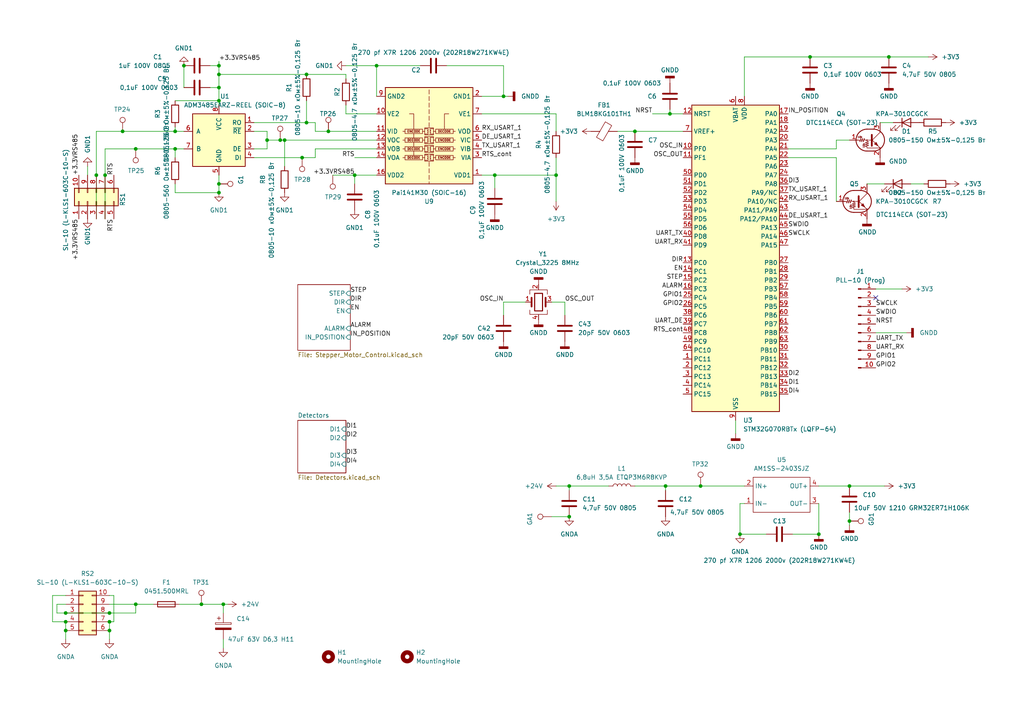
<source format=kicad_sch>
(kicad_sch (version 20250114) (generator "eeschema") (generator_version "9.0")
  (paper "A4")
  (lib_symbols
    (symbol "Connector:Conn_01x10_Pin" (pin_names (offset 1.016) (hide yes))
      (property "Reference" "J" (at 0 12.7 0))
      (property "Value" "Conn_01x10_Pin" (at 0 -15.24 0))
      (symbol "Conn_01x10_Pin_1_1"
        (pin passive line (at 5.08 10.16 180) (length 3.81) (name "Pin_1") (number "1"))
        (pin passive line (at 5.08 7.62 180) (length 3.81) (name "Pin_2") (number "2"))
        (pin passive line (at 5.08 5.08 180) (length 3.81) (name "Pin_3") (number "3"))
        (pin passive line (at 5.08 2.54 180) (length 3.81) (name "Pin_4") (number "4"))
        (pin passive line (at 5.08 0 180) (length 3.81) (name "Pin_5") (number "5"))
        (pin passive line (at 5.08 -2.54 180) (length 3.81) (name "Pin_6") (number "6"))
        (pin passive line (at 5.08 -5.08 180) (length 3.81) (name "Pin_7") (number "7"))
        (pin passive line (at 5.08 -7.62 180) (length 3.81) (name "Pin_8") (number "8"))
        (pin passive line (at 5.08 -10.16 180) (length 3.81) (name "Pin_9") (number "9"))
        (pin passive line (at 5.08 -12.7 180) (length 3.81) (name "Pin_10") (number "10"))
      )
    )
    (symbol "Connector:TestPoint" (pin_numbers (hide yes)) (pin_names (offset 0.762) (hide yes))
      (property "Reference" "TP" (at 0 6.858 0))
      (property "Value" "TestPoint" (at 0 5.08 0))
      (symbol "TestPoint_1_1"
        (pin passive line (at 0 0 90) (length 2.54) (name "1") (number "1"))
      )
    )
    (symbol "Connector_Generic:Conn_02x05_Counter_Clockwise" (pin_names (offset 1.016) (hide yes))
      (property "Reference" "J" (at 1.27 7.62 0))
      (property "Value" "Conn_02x05_Counter_Clockwise" (at 1.27 -7.62 0))
      (symbol "Conn_02x05_Counter_Clockwise_1_1"
        (pin passive line (at -5.08 5.08 0) (length 3.81) (name "Pin_1") (number "1"))
        (pin passive line (at -5.08 2.54 0) (length 3.81) (name "Pin_2") (number "2"))
        (pin passive line (at -5.08 0 0) (length 3.81) (name "Pin_3") (number "3"))
        (pin passive line (at -5.08 -2.54 0) (length 3.81) (name "Pin_4") (number "4"))
        (pin passive line (at -5.08 -5.08 0) (length 3.81) (name "Pin_5") (number "5"))
        (pin passive line (at 7.62 5.08 180) (length 3.81) (name "Pin_10") (number "10"))
        (pin passive line (at 7.62 2.54 180) (length 3.81) (name "Pin_9") (number "9"))
        (pin passive line (at 7.62 0 180) (length 3.81) (name "Pin_8") (number "8"))
        (pin passive line (at 7.62 -2.54 180) (length 3.81) (name "Pin_7") (number "7"))
        (pin passive line (at 7.62 -5.08 180) (length 3.81) (name "Pin_6") (number "6"))
      )
    )
    (symbol "Converter_DCDC:AM1SS-"
      (property "Reference" "U" (at -1.27 2.54 0))
      (property "Value" "AM1SS-" (at 0 0 0))
      (symbol "AM1SS-_1_1"
        (pin input line (at -8.89 -5.08 0) (length 2.56) (name "IN-") (number "1"))
        (pin input line (at -8.89 -10.16 0) (length 2.56) (name "IN+") (number "2"))
        (pin output line (at 12.7 -5.08 180) (length 2.56) (name "OUT-") (number "3"))
        (pin output line (at 12.7 -10.16 180) (length 2.56) (name "OUT+") (number "4"))
      )
    )
    (symbol "Device:C" (pin_numbers (hide yes)) (pin_names (offset 0.254))
      (property "Reference" "C" (at 0.635 2.54 0))
      (property "Value" "C" (at 0.635 -2.54 0))
      (symbol "C_1_1"
        (pin passive line (at 0 3.81 270) (length 2.794) (name "~") (number "1"))
        (pin passive line (at 0 -3.81 90) (length 2.794) (name "~") (number "2"))
      )
    )
    (symbol "Device:C_Polarized" (pin_numbers (hide yes)) (pin_names (offset 0.254))
      (property "Reference" "C" (at 0.635 2.54 0))
      (property "Value" "C_Polarized" (at 0.635 -2.54 0))
      (symbol "C_Polarized_1_1"
        (pin passive line (at 0 3.81 270) (length 2.794) (name "~") (number "1"))
        (pin passive line (at 0 -3.81 90) (length 2.794) (name "~") (number "2"))
      )
    )
    (symbol "Device:Crystal_GND24" (pin_names (offset 1.016) (hide yes))
      (property "Reference" "Y" (at 3.175 5.08 0))
      (property "Value" "Crystal_GND24" (at 3.175 3.175 0))
      (symbol "Crystal_GND24_1_1"
        (pin passive line (at -3.81 0 0) (length 1.27) (name "1") (number "1"))
        (pin passive line (at 0 5.08 270) (length 1.27) (name "2") (number "2"))
        (pin passive line (at 0 -5.08 90) (length 1.27) (name "4") (number "4"))
        (pin passive line (at 3.81 0 180) (length 1.27) (name "3") (number "3"))
      )
    )
    (symbol "Device:FerriteBead" (pin_numbers (hide yes)) (pin_names (offset 0))
      (property "Reference" "FB" (at -3.81 0.635 90))
      (property "Value" "FerriteBead" (at 3.81 0 90))
      (symbol "FerriteBead_1_1"
        (pin passive line (at 0 3.81 270) (length 2.54) (name "~") (number "1"))
        (pin passive line (at 0 -3.81 90) (length 2.54) (name "~") (number "2"))
      )
    )
    (symbol "Device:Fuse" (pin_numbers (hide yes)) (pin_names (offset 0))
      (property "Reference" "F" (at 2.032 0 90))
      (property "Value" "Fuse" (at -1.905 0 90))
      (symbol "Fuse_1_1"
        (pin passive line (at 0 3.81 270) (length 1.27) (name "~") (number "1"))
        (pin passive line (at 0 -3.81 90) (length 1.27) (name "~") (number "2"))
      )
    )
    (symbol "Device:L" (pin_numbers (hide yes)) (pin_names (offset 1.016) (hide yes))
      (property "Reference" "L" (at -1.27 0 90))
      (property "Value" "L" (at 1.905 0 90))
      (symbol "L_1_1"
        (pin passive line (at 0 3.81 270) (length 1.27) (name "1") (number "1"))
        (pin passive line (at 0 -3.81 90) (length 1.27) (name "2") (number "2"))
      )
    )
    (symbol "Device:LED" (pin_numbers (hide yes)) (pin_names (offset 1.016) (hide yes))
      (property "Reference" "D" (at 0 2.54 0))
      (property "Value" "LED" (at 0 -2.54 0))
      (symbol "LED_1_1"
        (pin passive line (at -3.81 0 0) (length 2.54) (name "K") (number "1"))
        (pin passive line (at 3.81 0 180) (length 2.54) (name "A") (number "2"))
      )
    )
    (symbol "Device:R" (pin_numbers (hide yes)) (pin_names (offset 0))
      (property "Reference" "R" (at 2.032 0 90))
      (property "Value" "R" (at 0 0 90))
      (symbol "R_1_1"
        (pin passive line (at 0 3.81 270) (length 1.27) (name "~") (number "1"))
        (pin passive line (at 0 -3.81 90) (length 1.27) (name "~") (number "2"))
      )
    )
    (symbol "Interface_UART:SP3485CN" (pin_names (offset 1.016))
      (property "Reference" "U" (at -7.62 8.89 0))
      (property "Value" "SP3485CN" (at 2.54 8.89 0))
      (symbol "SP3485CN_1_1"
        (pin output line (at -10.16 5.08 0) (length 2.54) (name "RO") (number "1"))
        (pin input line (at -10.16 2.54 0) (length 2.54) (name "~{RE}") (number "2"))
        (pin input line (at -10.16 -2.54 0) (length 2.54) (name "DE") (number "3"))
        (pin input line (at -10.16 -5.08 0) (length 2.54) (name "DI") (number "4"))
        (pin power_in line (at 0 10.16 270) (length 2.54) (name "VCC") (number "8"))
        (pin power_in line (at 0 -10.16 90) (length 2.54) (name "GND") (number "5"))
        (pin bidirectional line (at 10.16 2.54 180) (length 2.54) (name "A") (number "6"))
        (pin bidirectional line (at 10.16 -2.54 180) (length 2.54) (name "B") (number "7"))
      )
    )
    (symbol "Isolator:π141M3x"
      (property "Reference" "U" (at 0 19.05 0))
      (property "Value" "π141M3x" (at 0 16.51 0))
      (symbol "π141M3x_0_0"
        (text "ENCODE" (at -4.445 7.62 0) (effects (font (size 0.635 0.635))))
        (text "ENCODE" (at -4.445 5.08 0) (effects (font (size 0.635 0.635))))
        (text "ENCODE" (at -4.445 2.54 0) (effects (font (size 0.635 0.635))))
        (text "DECODE" (at -4.445 0 0) (effects (font (size 0.635 0.635))))
        (text "DECODE" (at 4.445 7.62 0) (effects (font (size 0.635 0.635))))
        (text "DECODE" (at 4.445 5.08 0) (effects (font (size 0.635 0.635))))
        (text "DECODE" (at 4.445 2.54 0) (effects (font (size 0.635 0.635))))
        (text "ENCODE" (at 4.445 0 0) (effects (font (size 0.635 0.635))))
      )
      (symbol "π141M3x_1_1"
        (pin power_in line (at -15.24 12.7 0) (length 2.54) (name "VDD1") (number "1"))
        (pin input line (at -15.24 7.62 0) (length 2.54) (name "VIA") (number "3"))
        (pin input line (at -15.24 5.08 0) (length 2.54) (name "VIB") (number "4"))
        (pin input line (at -15.24 2.54 0) (length 2.54) (name "VIC") (number "5"))
        (pin output line (at -15.24 0 0) (length 2.54) (name "VOD") (number "6"))
        (pin input line (at -15.24 -5.08 0) (length 2.54) (name "VE1") (number "7"))
        (pin power_in line (at -15.24 -10.16 0) (length 2.54) (name "GND1") (number "2"))
        (pin passive line (at -15.24 -10.16 0) (length 2.54) (hide yes) (name "GND1") (number "8"))
        (pin power_in line (at 15.24 12.7 180) (length 2.54) (name "VDD2") (number "16"))
        (pin output line (at 15.24 7.62 180) (length 2.54) (name "VOA") (number "14"))
        (pin output line (at 15.24 5.08 180) (length 2.54) (name "VOB") (number "13"))
        (pin output line (at 15.24 2.54 180) (length 2.54) (name "VOC") (number "12"))
        (pin input line (at 15.24 0 180) (length 2.54) (name "VID") (number "11"))
        (pin input line (at 15.24 -5.08 180) (length 2.54) (name "VE2") (number "10"))
        (pin passive line (at 15.24 -10.16 180) (length 2.54) (hide yes) (name "GND2") (number "15"))
        (pin power_in line (at 15.24 -10.16 180) (length 2.54) (name "GND2") (number "9"))
      )
    )
    (symbol "MCU_ST_STM32G0:STM32G070RBTx"
      (property "Reference" "U" (at -12.7 46.99 0))
      (property "Value" "STM32G070RBTx" (at 5.08 46.99 0))
      (symbol "STM32G070RBTx_1_1"
        (pin input line (at -15.24 43.18 0) (length 2.54) (name "NRST") (number "12"))
        (pin input line (at -15.24 38.1 0) (length 2.54) (name "VREF+") (number "7"))
        (pin bidirectional line (at -15.24 33.02 0) (length 2.54) (name "PF0") (number "10"))
        (pin bidirectional line (at -15.24 30.48 0) (length 2.54) (name "PF1") (number "11"))
        (pin bidirectional line (at -15.24 25.4 0) (length 2.54) (name "PD0") (number "50"))
        (pin bidirectional line (at -15.24 22.86 0) (length 2.54) (name "PD1") (number "51"))
        (pin bidirectional line (at -15.24 20.32 0) (length 2.54) (name "PD2") (number "52"))
        (pin bidirectional line (at -15.24 17.78 0) (length 2.54) (name "PD3") (number "53"))
        (pin bidirectional line (at -15.24 15.24 0) (length 2.54) (name "PD4") (number "54"))
        (pin bidirectional line (at -15.24 12.7 0) (length 2.54) (name "PD5") (number "55"))
        (pin bidirectional line (at -15.24 10.16 0) (length 2.54) (name "PD6") (number "56"))
        (pin bidirectional line (at -15.24 7.62 0) (length 2.54) (name "PD8") (number "40"))
        (pin bidirectional line (at -15.24 5.08 0) (length 2.54) (name "PD9") (number "41"))
        (pin bidirectional line (at -15.24 0 0) (length 2.54) (name "PC0") (number "13"))
        (pin bidirectional line (at -15.24 -2.54 0) (length 2.54) (name "PC1") (number "14"))
        (pin bidirectional line (at -15.24 -5.08 0) (length 2.54) (name "PC2") (number "15"))
        (pin bidirectional line (at -15.24 -7.62 0) (length 2.54) (name "PC3") (number "16"))
        (pin bidirectional line (at -15.24 -10.16 0) (length 2.54) (name "PC4") (number "25"))
        (pin bidirectional line (at -15.24 -12.7 0) (length 2.54) (name "PC5") (number "26"))
        (pin bidirectional line (at -15.24 -15.24 0) (length 2.54) (name "PC6") (number "38"))
        (pin bidirectional line (at -15.24 -17.78 0) (length 2.54) (name "PC7") (number "39"))
        (pin bidirectional line (at -15.24 -20.32 0) (length 2.54) (name "PC8") (number "48"))
        (pin bidirectional line (at -15.24 -22.86 0) (length 2.54) (name "PC9") (number "49"))
        (pin bidirectional line (at -15.24 -25.4 0) (length 2.54) (name "PC10") (number "64"))
        (pin bidirectional line (at -15.24 -27.94 0) (length 2.54) (name "PC11") (number "1"))
        (pin bidirectional line (at -15.24 -30.48 0) (length 2.54) (name "PC12") (number "2"))
        (pin bidirectional line (at -15.24 -33.02 0) (length 2.54) (name "PC13") (number "3"))
        (pin bidirectional line (at -15.24 -35.56 0) (length 2.54) (name "PC14") (number "4"))
        (pin bidirectional line (at -15.24 -38.1 0) (length 2.54) (name "PC15") (number "5"))
        (pin power_in line (at 0 48.26 270) (length 2.54) (name "VBAT") (number "6"))
        (pin power_in line (at 0 -45.72 90) (length 2.54) (name "VSS") (number "9"))
        (pin power_in line (at 2.54 48.26 270) (length 2.54) (name "VDD") (number "8"))
        (pin bidirectional line (at 15.24 43.18 180) (length 2.54) (name "PA0") (number "17"))
        (pin bidirectional line (at 15.24 40.64 180) (length 2.54) (name "PA1") (number "18"))
        (pin bidirectional line (at 15.24 38.1 180) (length 2.54) (name "PA2") (number "19"))
        (pin bidirectional line (at 15.24 35.56 180) (length 2.54) (name "PA3") (number "20"))
        (pin bidirectional line (at 15.24 33.02 180) (length 2.54) (name "PA4") (number "21"))
        (pin bidirectional line (at 15.24 30.48 180) (length 2.54) (name "PA5") (number "22"))
        (pin bidirectional line (at 15.24 27.94 180) (length 2.54) (name "PA6") (number "23"))
        (pin bidirectional line (at 15.24 25.4 180) (length 2.54) (name "PA7") (number "24"))
        (pin bidirectional line (at 15.24 22.86 180) (length 2.54) (name "PA8") (number "36"))
        (pin bidirectional line (at 15.24 20.32 180) (length 2.54) (name "PA9/NC") (number "37"))
        (pin bidirectional line (at 15.24 17.78 180) (length 2.54) (name "PA10/NC") (number "42"))
        (pin bidirectional line (at 15.24 15.24 180) (length 2.54) (name "PA11/PA9") (number "43"))
        (pin bidirectional line (at 15.24 12.7 180) (length 2.54) (name "PA12/PA10") (number "44"))
        (pin bidirectional line (at 15.24 10.16 180) (length 2.54) (name "PA13") (number "45"))
        (pin bidirectional line (at 15.24 7.62 180) (length 2.54) (name "PA14") (number "46"))
        (pin bidirectional line (at 15.24 5.08 180) (length 2.54) (name "PA15") (number "47"))
        (pin bidirectional line (at 15.24 0 180) (length 2.54) (name "PB0") (number "27"))
        (pin bidirectional line (at 15.24 -2.54 180) (length 2.54) (name "PB1") (number "28"))
        (pin bidirectional line (at 15.24 -5.08 180) (length 2.54) (name "PB2") (number "29"))
        (pin bidirectional line (at 15.24 -7.62 180) (length 2.54) (name "PB3") (number "57"))
        (pin bidirectional line (at 15.24 -10.16 180) (length 2.54) (name "PB4") (number "58"))
        (pin bidirectional line (at 15.24 -12.7 180) (length 2.54) (name "PB5") (number "59"))
        (pin bidirectional line (at 15.24 -15.24 180) (length 2.54) (name "PB6") (number "60"))
        (pin bidirectional line (at 15.24 -17.78 180) (length 2.54) (name "PB7") (number "61"))
        (pin bidirectional line (at 15.24 -20.32 180) (length 2.54) (name "PB8") (number "62"))
        (pin bidirectional line (at 15.24 -22.86 180) (length 2.54) (name "PB9") (number "63"))
        (pin bidirectional line (at 15.24 -25.4 180) (length 2.54) (name "PB10") (number "30"))
        (pin bidirectional line (at 15.24 -27.94 180) (length 2.54) (name "PB11") (number "31"))
        (pin bidirectional line (at 15.24 -30.48 180) (length 2.54) (name "PB12") (number "32"))
        (pin bidirectional line (at 15.24 -33.02 180) (length 2.54) (name "PB13") (number "33"))
        (pin bidirectional line (at 15.24 -35.56 180) (length 2.54) (name "PB14") (number "34"))
        (pin bidirectional line (at 15.24 -38.1 180) (length 2.54) (name "PB15") (number "35"))
      )
    )
    (symbol "Mechanical:MountingHole" (pin_numbers (hide yes)) (pin_names (offset 1.016) (hide yes))
      (property "Reference" "H" (at 0 5.08 0))
      (property "Value" "MountingHole" (at 0 3.175 0))
    )
    (symbol "MountingHole_1" (pin_numbers (hide yes)) (pin_names (offset 1.016) (hide yes))
      (property "Reference" "H" (at 0 5.08 0))
      (property "Value" "MountingHole" (at 0 3.175 0))
    )
    (symbol "PCM_4ms_Power-symbol:GNDA" (power) (pin_numbers (hide yes)) (pin_names (offset 0) (hide yes))
      (property "Value" "GNDA" (at 0 -3.81 0))
      (symbol "GNDA_1_1"
        (pin power_in line (at 0 0 270) (length 0) (hide yes) (name "GNDA") (number "1"))
      )
    )
    (symbol "Transistor_BJT:DTC114E" (pin_names (offset 0) (hide yes))
      (property "Reference" "Q" (at 5.08 1.905 0))
      (property "Value" "DTC114E" (at 5.08 0 0))
      (symbol "DTC114E_0_0"
        (text "10k" (at -3.302 0.889 0) (effects (font (size 0.508 0.508))))
        (text "10k" (at -2.159 -1.524 900) (effects (font (size 0.508 0.508))))
      )
      (symbol "DTC114E_1_1"
        (pin input line (at -6.35 0 0) (length 2.54) (name "B") (number "1"))
        (pin passive line (at 2.54 5.08 270) (length 2.54) (name "C") (number "3"))
        (pin passive line (at 2.54 -5.08 90) (length 2.54) (name "E") (number "2"))
      )
    )
    (symbol "power:+24V" (power) (pin_numbers (hide yes)) (pin_names (offset 0) (hide yes))
      (property "Value" "+24V" (at 0 3.556 0))
      (symbol "+24V_1_1"
        (pin power_in line (at 0 0 90) (length 0) (hide yes) (name "+24V") (number "1"))
      )
    )
    (symbol "power:+3V3" (power) (pin_numbers (hide yes)) (pin_names (offset 0) (hide yes))
      (property "Value" "+3V3" (at 0 3.556 0))
      (symbol "+3V3_1_1"
        (pin power_in line (at 0 0 90) (length 0) (hide yes) (name "+3V3") (number "1"))
      )
    )
    (symbol "power:GND1" (power) (pin_numbers (hide yes)) (pin_names (offset 0) (hide yes))
      (property "Value" "GND1" (at 0 -3.81 0))
      (symbol "GND1_1_1"
        (pin power_in line (at 0 0 270) (length 0) (hide yes) (name "GND1") (number "1"))
      )
    )
    (symbol "power:GNDD" (power) (pin_numbers (hide yes)) (pin_names (offset 0) (hide yes))
      (property "Value" "GNDD" (at 0 -3.175 0))
      (symbol "GNDD_1_1"
        (pin power_in line (at 0 0 270) (length 0) (hide yes) (name "GNDD") (number "1"))
      )
    )
  )
  (junction (at 19.05 182.88))
  (junction (at 234.95 16.51))
  (junction (at 27.94 50.8))
  (junction (at 257.81 16.51))
  (junction (at 31.75 177.8))
  (junction (at 193.04 140.97))
  (junction (at 19.05 177.8))
  (junction (at 63.5 19.05))
  (junction (at 39.37 175.26))
  (junction (at 88.9 35.56))
  (junction (at 237.49 154.94))
  (junction (at 184.15 38.1))
  (junction (at 161.29 50.8))
  (junction (at 146.05 27.94))
  (junction (at 58.42 175.26))
  (junction (at 35.56 38.1))
  (junction (at 165.1 140.97))
  (junction (at 63.5 25.4))
  (junction (at 50.8 38.1))
  (junction (at 31.75 180.34))
  (junction (at 64.77 175.26))
  (junction (at 102.87 50.8))
  (junction (at 63.5 53.34))
  (junction (at 214.63 154.94))
  (junction (at 95.25 38.1))
  (junction (at 87.63 45.72))
  (junction (at 63.5 55.88))
  (junction (at 19.05 180.34))
  (junction (at 109.22 19.05))
  (junction (at 31.75 182.88))
  (junction (at 30.48 50.8))
  (junction (at 81.28 40.64))
  (junction (at 203.2 140.97))
  (junction (at 82.55 40.64))
  (junction (at 63.5 29.21))
  (junction (at 63.5 21.59))
  (junction (at 53.34 19.05))
  (junction (at 50.8 43.18))
  (junction (at 165.1 149.86))
  (junction (at 39.37 43.18))
  (junction (at 246.38 140.97))
  (junction (at 88.9 21.59))
  (junction (at 246.38 151.13))
  (junction (at 194.31 33.02))
  (junction (at 77.47 40.64))
  (junction (at 143.51 50.8))
  (no_connect (at 254 86.36))
  (wire (pts (xy 237.49 146.05) (xy 237.49 154.94)))
  (wire (pts (xy 82.55 40.64) (xy 109.22 40.64)))
  (wire (pts (xy 213.36 121.92) (xy 213.36 125.73)))
  (wire (pts (xy 31.75 180.34) (xy 31.75 182.88)))
  (wire (pts (xy 60.96 19.05) (xy 63.5 19.05)))
  (wire (pts (xy 161.29 140.97) (xy 165.1 140.97)))
  (wire (pts (xy 87.63 45.72) (xy 91.44 45.72)))
  (wire (pts (xy 95.25 38.1) (xy 91.44 38.1)))
  (wire (pts (xy 214.63 146.05) (xy 214.63 154.94)))
  (wire (pts (xy 102.87 50.8) (xy 102.87 53.34)))
  (wire (pts (xy 27.94 38.1) (xy 35.56 38.1)))
  (wire (pts (xy 242.57 43.18) (xy 228.6 43.18)))
  (wire (pts (xy 100.33 22.86) (xy 100.33 21.59)))
  (wire (pts (xy 58.42 175.26) (xy 64.77 175.26)))
  (wire (pts (xy 184.15 140.97) (xy 193.04 140.97)))
  (wire (pts (xy 100.33 33.02) (xy 109.22 33.02)))
  (wire (pts (xy 60.96 25.4) (xy 63.5 25.4)))
  (wire (pts (xy 19.05 182.88) (xy 19.05 185.42)))
  (wire (pts (xy 53.34 19.05) (xy 53.34 25.4)))
  (wire (pts (xy 19.05 180.34) (xy 19.05 182.88)))
  (wire (pts (xy 189.23 33.02) (xy 194.31 33.02)))
  (wire (pts (xy 63.5 50.8) (xy 63.5 53.34)))
  (wire (pts (xy 50.8 38.1) (xy 53.34 38.1)))
  (wire (pts (xy 64.77 175.26) (xy 64.77 177.8)))
  (wire (pts (xy 88.9 29.21) (xy 88.9 35.56)))
  (wire (pts (xy 27.94 38.1) (xy 27.94 50.8)))
  (wire (pts (xy 198.12 33.02) (xy 194.31 33.02)))
  (wire (pts (xy 81.28 40.64) (xy 82.55 40.64)))
  (wire (pts (xy 50.8 45.72) (xy 50.8 43.18)))
  (wire (pts (xy 16.51 175.26) (xy 16.51 177.8)))
  (wire (pts (xy 102.87 45.72) (xy 109.22 45.72)))
  (wire (pts (xy 152.4 87.63) (xy 146.05 87.63)))
  (wire (pts (xy 229.87 154.94) (xy 237.49 154.94)))
  (wire (pts (xy 50.8 36.83) (xy 50.8 38.1)))
  (wire (pts (xy 215.9 146.05) (xy 214.63 146.05)))
  (wire (pts (xy 109.22 38.1) (xy 95.25 38.1)))
  (wire (pts (xy 64.77 175.26) (xy 66.04 175.26)))
  (wire (pts (xy 96.52 50.8) (xy 102.87 50.8)))
  (wire (pts (xy 165.1 142.24) (xy 165.1 140.97)))
  (wire (pts (xy 39.37 43.18) (xy 50.8 43.18)))
  (wire (pts (xy 77.47 40.64) (xy 77.47 43.18)))
  (wire (pts (xy 63.5 17.78) (xy 63.5 19.05)))
  (wire (pts (xy 50.8 55.88) (xy 63.5 55.88)))
  (wire (pts (xy 77.47 38.1) (xy 77.47 40.64)))
  (wire (pts (xy 109.22 19.05) (xy 109.22 27.94)))
  (wire (pts (xy 88.9 21.59) (xy 100.33 21.59)))
  (wire (pts (xy 234.95 16.51) (xy 257.81 16.51)))
  (wire (pts (xy 194.31 33.02) (xy 194.31 31.75)))
  (wire (pts (xy 91.44 45.72) (xy 91.44 43.18)))
  (wire (pts (xy 129.54 19.05) (xy 146.05 19.05)))
  (wire (pts (xy 50.8 43.18) (xy 53.34 43.18)))
  (wire (pts (xy 27.94 63.5) (xy 27.94 50.8)))
  (wire (pts (xy 73.66 45.72) (xy 87.63 45.72)))
  (wire (pts (xy 257.81 16.51) (xy 269.24 16.51)))
  (wire (pts (xy 242.57 45.72) (xy 228.6 45.72)))
  (wire (pts (xy 39.37 177.8) (xy 39.37 175.26)))
  (wire (pts (xy 237.49 140.97) (xy 246.38 140.97)))
  (wire (pts (xy 39.37 175.26) (xy 44.45 175.26)))
  (wire (pts (xy 19.05 175.26) (xy 16.51 175.26)))
  (wire (pts (xy 73.66 38.1) (xy 77.47 38.1)))
  (wire (pts (xy 163.83 87.63) (xy 163.83 91.44)))
  (wire (pts (xy 139.7 33.02) (xy 161.29 33.02)))
  (wire (pts (xy 259.08 35.56) (xy 255.27 35.56)))
  (wire (pts (xy 146.05 87.63) (xy 146.05 91.44)))
  (wire (pts (xy 246.38 148.59) (xy 246.38 151.13)))
  (wire (pts (xy 31.75 182.88) (xy 31.75 185.42)))
  (wire (pts (xy 179.07 38.1) (xy 184.15 38.1)))
  (wire (pts (xy 64.77 185.42) (xy 64.77 187.96)))
  (wire (pts (xy 193.04 142.24) (xy 193.04 140.97)))
  (wire (pts (xy 19.05 172.72) (xy 15.24 172.72)))
  (wire (pts (xy 143.51 50.8) (xy 143.51 54.61)))
  (wire (pts (xy 146.05 27.94) (xy 147.32 27.94)))
  (wire (pts (xy 121.92 19.05) (xy 109.22 19.05)))
  (wire (pts (xy 242.57 45.72) (xy 242.57 58.42)))
  (wire (pts (xy 77.47 40.64) (xy 81.28 40.64)))
  (wire (pts (xy 264.16 53.34) (xy 267.97 53.34)))
  (wire (pts (xy 63.5 19.05) (xy 63.5 21.59)))
  (wire (pts (xy 161.29 45.72) (xy 161.29 50.8)))
  (wire (pts (xy 16.51 177.8) (xy 19.05 177.8)))
  (wire (pts (xy 31.75 177.8) (xy 39.37 177.8)))
  (wire (pts (xy 30.48 43.18) (xy 30.48 50.8)))
  (wire (pts (xy 100.33 33.02) (xy 100.33 30.48)))
  (wire (pts (xy 193.04 140.97) (xy 203.2 140.97)))
  (wire (pts (xy 50.8 29.21) (xy 63.5 29.21)))
  (wire (pts (xy 246.38 151.13) (xy 246.38 152.4)))
  (wire (pts (xy 15.24 180.34) (xy 19.05 180.34)))
  (wire (pts (xy 77.47 43.18) (xy 73.66 43.18)))
  (wire (pts (xy 35.56 38.1) (xy 50.8 38.1)))
  (wire (pts (xy 63.5 21.59) (xy 88.9 21.59)))
  (wire (pts (xy 161.29 33.02) (xy 161.29 38.1)))
  (wire (pts (xy 50.8 53.34) (xy 50.8 55.88)))
  (wire (pts (xy 242.57 40.64) (xy 246.38 40.64)))
  (wire (pts (xy 31.75 175.26) (xy 39.37 175.26)))
  (wire (pts (xy 160.02 149.86) (xy 165.1 149.86)))
  (wire (pts (xy 100.33 19.05) (xy 109.22 19.05)))
  (wire (pts (xy 242.57 40.64) (xy 242.57 43.18)))
  (wire (pts (xy 63.5 53.34) (xy 63.5 55.88)))
  (wire (pts (xy 215.9 16.51) (xy 215.9 27.94)))
  (wire (pts (xy 25.4 48.26) (xy 25.4 50.8)))
  (wire (pts (xy 251.46 53.34) (xy 256.54 53.34)))
  (wire (pts (xy 82.55 40.64) (xy 82.55 48.26)))
  (wire (pts (xy 63.5 29.21) (xy 63.5 30.48)))
  (wire (pts (xy 88.9 35.56) (xy 91.44 35.56)))
  (wire (pts (xy 254 83.82) (xy 261.62 83.82)))
  (wire (pts (xy 52.07 175.26) (xy 58.42 175.26)))
  (wire (pts (xy 139.7 27.94) (xy 146.05 27.94)))
  (wire (pts (xy 15.24 172.72) (xy 15.24 180.34)))
  (wire (pts (xy 161.29 50.8) (xy 161.29 58.42)))
  (wire (pts (xy 203.2 140.97) (xy 215.9 140.97)))
  (wire (pts (xy 63.5 21.59) (xy 63.5 25.4)))
  (wire (pts (xy 91.44 38.1) (xy 91.44 35.56)))
  (wire (pts (xy 63.5 25.4) (xy 63.5 29.21)))
  (wire (pts (xy 31.75 172.72) (xy 33.02 172.72)))
  (wire (pts (xy 33.02 172.72) (xy 33.02 180.34)))
  (wire (pts (xy 102.87 50.8) (xy 109.22 50.8)))
  (wire (pts (xy 214.63 154.94) (xy 222.25 154.94)))
  (wire (pts (xy 19.05 177.8) (xy 31.75 177.8)))
  (wire (pts (xy 160.02 87.63) (xy 163.83 87.63)))
  (wire (pts (xy 143.51 50.8) (xy 161.29 50.8)))
  (wire (pts (xy 30.48 63.5) (xy 30.48 50.8)))
  (wire (pts (xy 30.48 43.18) (xy 39.37 43.18)))
  (wire (pts (xy 73.66 35.56) (xy 88.9 35.56)))
  (wire (pts (xy 246.38 140.97) (xy 256.54 140.97)))
  (wire (pts (xy 184.15 38.1) (xy 198.12 38.1)))
  (wire (pts (xy 254 96.52) (xy 262.89 96.52)))
  (wire (pts (xy 139.7 50.8) (xy 143.51 50.8)))
  (wire (pts (xy 33.02 180.34) (xy 31.75 180.34)))
  (wire (pts (xy 165.1 140.97) (xy 176.53 140.97)))
  (wire (pts (xy 146.05 19.05) (xy 146.05 27.94)))
  (wire (pts (xy 91.44 43.18) (xy 109.22 43.18)))
  (wire (pts (xy 215.9 16.51) (xy 234.95 16.51)))
  (label "+3.3VRS485" (at 22.86 50.8 90))
  (label "NRST" (at 189.23 33.02 180))
  (label "DI2" (at 228.6 109.22 0))
  (label "RTS_cont" (at 139.7 45.72 0))
  (label "UART_TX" (at 254 99.06 0))
  (label "UART_RX" (at 254 101.6 0))
  (label "STEP" (at 198.12 81.28 180))
  (label "IN_POSITION" (at 101.6 97.79 0))
  (label "UART_TX" (at 198.12 68.58 180))
  (label "RX_USART_1" (at 228.6 58.42 0))
  (label "DIR" (at 198.12 76.2 180))
  (label "UART_RX" (at 198.12 71.12 180))
  (label "GPIO2" (at 198.12 88.9 180))
  (label "ALARM" (at 101.6 95.25 0))
  (label "UART_DE" (at 198.12 93.98 180))
  (label "DE_USART_1" (at 228.6 63.5 0))
  (label "OSC_OUT" (at 163.83 87.63 0))
  (label "OSC_IN" (at 198.12 43.18 180))
  (label "ALARM" (at 198.12 83.82 180))
  (label "RTS_cont" (at 198.12 96.52 180))
  (label "RTS" (at 33.02 63.5 270))
  (label "RTS" (at 33.02 50.8 90))
  (label "DIR" (at 101.6 87.63 0))
  (label "GPIO1" (at 254 104.14 0))
  (label "SWDIO" (at 228.6 66.04 0))
  (label "SWCLK" (at 254 88.9 0))
  (label "NRST" (at 254 93.98 0))
  (label "DI4" (at 100.33 134.62 0))
  (label "TX_USART_1" (at 139.7 43.18 0))
  (label "DE_USART_1" (at 139.7 40.64 0))
  (label "DI1" (at 100.33 124.46 0))
  (label "+3.3VRS485" (at 102.87 50.8 180))
  (label "GPIO1" (at 198.12 86.36 180))
  (label "SWDIO" (at 254 91.44 0))
  (label "DI3" (at 100.33 132.08 0))
  (label "+3.3VRS485" (at 22.86 63.5 270))
  (label "OSC_OUT" (at 198.12 45.72 180))
  (label "DI4" (at 228.6 114.3 0))
  (label "+3.3VRS485" (at 63.5 17.78 0))
  (label "GPIO2" (at 254 106.68 0))
  (label "TX_USART_1" (at 228.6 55.88 0))
  (label "RTS" (at 102.87 45.72 180))
  (label "DI2" (at 100.33 127 0))
  (label "EN" (at 101.6 90.17 0))
  (label "IN_POSITION" (at 228.6 33.02 0))
  (label "RX_USART_1" (at 139.7 38.1 0))
  (label "STEP" (at 101.6 85.09 0))
  (label "SWCLK" (at 228.6 68.58 0))
  (label "EN" (at 198.12 78.74 180))
  (label "DI3" (at 228.6 53.34 0))
  (label "OSC_IN" (at 146.05 87.63 180))
  (label "DI1" (at 228.6 111.76 0))
  (symbol (lib_id "power:+3V3") (at 274.32 35.56 270) (unit 1)
    (property "Reference" "#PWR079" (effects (hide yes)))
    (property "Value" "+3V3" (at 278.13 35.56 90) (effects (justify left)))
  )
  (symbol (lib_id "power:GND1") (at 82.55 55.88 0) (unit 1)
    (property "Reference" "#PWR016" (effects (hide yes)))
    (property "Value" "GND1" (at 82.55 60.96 0))
  )
  (symbol (lib_id "Device:C") (at 226.06 154.94 90) (unit 1)
    (property "Reference" "C13" (at 226.06 151.13 90))
    (property "Value" "270 pf X7R 1206 2000v (202R18W271KW4E)" (at 226.06 162.56 90))
    (property "Footprint" "Capacitor_SMD:C_1210_3225Metric" (effects (hide yes)))
  )
  (symbol (lib_id "Device:R") (at 50.8 33.02 180) (unit 1) (in_bom no)
    (property "Reference" "R3" (at 45.72 33.02 90))
    (property "Value" "0805-560 Ом±5%-0,125 Вт" (at 48.26 33.02 90))
    (property "Footprint" "Resistor_SMD:R_0805_2012Metric" (effects (hide yes)))
  )
  (symbol (lib_id "Device:C") (at 246.38 144.78 0) (unit 1)
    (property "Reference" "C10" (at 250.19 143.51 0) (effects (justify left)))
    (property "Value" "10uF 50V 1210 GRM32ER71H106K" (at 247.65 147.32 0) (effects (justify left)))
    (property "Footprint" "Capacitor_SMD:C_1210_3225Metric" (effects (hide yes)))
  )
  (symbol (lib_id "Device:C") (at 146.05 95.25 0) (unit 1)
    (property "Reference" "C42" (at 138.43 95.25 0) (effects (justify left)))
    (property "Value" "20pF 50V 0603" (at 128.27 97.79 0) (effects (justify left)))
    (property "Footprint" "Capacitor_SMD:C_0603_1608Metric" (effects (hide yes)))
  )
  (symbol (lib_id "power:GND1") (at 25.4 48.26 180) (unit 1)
    (property "Reference" "#PWR011" (effects (hide yes)))
    (property "Value" "GND1" (at 25.4 44.45 90) (effects (justify right)))
  )
  (symbol (lib_id "power:GNDD") (at 255.27 45.72 0) (unit 1)
    (property "Reference" "#PWR09" (effects (hide yes)))
    (property "Value" "GNDD" (at 257.81 46.7995 0) (effects (justify left)))
  )
  (symbol (lib_id "Device:C") (at 163.83 95.25 0) (unit 1)
    (property "Reference" "C43" (at 167.64 93.98 0) (effects (justify left)))
    (property "Value" "20pF 50V 0603" (at 167.64 96.52 0) (effects (justify left)))
    (property "Footprint" "Capacitor_SMD:C_0603_1608Metric" (effects (hide yes)))
  )
  (symbol (lib_id "power:+3V3") (at 256.54 140.97 270) (unit 1)
    (property "Reference" "#PWR037" (effects (hide yes)))
    (property "Value" "+3V3" (at 260.35 140.97 90) (effects (justify left)))
  )
  (symbol (lib_id "power:GNDD") (at 143.51 62.23 0) (unit 1)
    (property "Reference" "#PWR019" (effects (hide yes)))
    (property "Value" "GNDD" (at 143.51 66.04 0))
  )
  (symbol (lib_id "Transistor_BJT:DTC114E") (at 248.92 58.42 0) (unit 1)
    (property "Reference" "Q5" (at 246.38 53.34 0) (effects (justify left)))
    (property "Value" "DTC114ECA (SOT-23)" (at 254 62.23 0) (effects (justify left)))
    (property "Footprint" "Package_TO_SOT_SMD:SOT-23" (effects (hide yes)))
  )
  (symbol (lib_id "Connector:TestPoint") (at 39.37 43.18 180) (unit 1) (in_bom no)
    (property "Reference" "TP25" (at 41.91 49.53 0) (effects (justify left)))
    (property "Value" "TestPoint" (effects (hide yes)))
    (property "Footprint" "TestPoint:TestPoint_Pad_D1.0mm" (effects (hide yes)))
  )
  (symbol (lib_id "MCU_ST_STM32G0:STM32G070RBTx") (at 213.36 76.2 0) (unit 1)
    (property "Reference" "U3" (at 215.5541 121.92 0) (effects (justify left)))
    (property "Value" "STM32G070RBTx (LQFP-64)" (at 215.5541 124.46 0) (effects (justify left)))
    (property "Footprint" "Package_QFP:LQFP-64_10x10mm_P0.5mm" (effects (hide yes)))
    (property "Datasheet" "https://www.st.com/resource/en/datasheet/stm32g070rb.pdf" (effects (hide yes)))
  )
  (symbol (lib_id "Connector:TestPoint") (at 203.2 140.97 0) (unit 1) (in_bom no)
    (property "Reference" "TP32" (at 200.66 134.62 0) (effects (justify left)))
    (property "Value" "TestPoint" (effects (hide yes)))
    (property "Footprint" "TestPoint:TestPoint_Pad_D1.0mm" (effects (hide yes)))
  )
  (symbol (lib_id "Connector:TestPoint") (at 63.5 53.34 270) (unit 1) (in_bom no)
    (property "Reference" "G1" (at 69.85 50.8 0) (effects (justify left)))
    (property "Value" "TestPoint" (effects (hide yes)))
    (property "Footprint" "TestPoint:TestPoint_Pad_D1.0mm" (effects (hide yes)))
  )
  (symbol (lib_id "power:GND1") (at 100.33 19.05 270) (unit 1)
    (property "Reference" "#PWR02" (effects (hide yes)))
    (property "Value" "GND1" (at 91.44 19.05 90) (effects (justify left)))
  )
  (symbol (lib_id "Device:R") (at 50.8 49.53 180) (unit 1) (in_bom no)
    (property "Reference" "R6" (at 45.72 49.53 90))
    (property "Value" "0805-560 Ом±5%-0,125 Вт" (at 48.26 49.53 90))
    (property "Footprint" "Resistor_SMD:R_0805_2012Metric" (effects (hide yes)))
  )
  (symbol (lib_id "Device:R") (at 82.55 52.07 180) (unit 1)
    (property "Reference" "R8" (at 76.2 52.07 90))
    (property "Value" "0805-10 кОм±5%-0,125 Вт" (at 78.74 60.96 90))
    (property "Footprint" "Resistor_SMD:R_0805_2012Metric" (effects (hide yes)))
  )
  (symbol (lib_id "Device:Crystal_GND24") (at 156.21 87.63 0) (unit 1)
    (property "Reference" "Y1" (at 157.48 73.66 0))
    (property "Value" "Crystal_3225 8MHz" (at 158.75 76.2 0))
    (property "Footprint" "Crystal:Crystal_SMD_3225-4Pin_3.2x2.5mm" (effects (hide yes)))
  )
  (symbol (lib_id "Device:C") (at 165.1 146.05 0) (unit 1)
    (property "Reference" "C11" (at 168.91 144.78 0) (effects (justify left)))
    (property "Value" "4,7uF 50V 0805" (at 168.91 147.32 0) (effects (justify left)))
    (property "Footprint" "Capacitor_SMD:C_0805_2012Metric" (effects (hide yes)))
  )
  (symbol (lib_id "power:GND1") (at 25.4 63.5 0) (unit 1)
    (property "Reference" "#PWR020" (effects (hide yes)))
    (property "Value" "GND1" (at 25.4 71.12 90) (effects (justify left)))
  )
  (symbol (lib_id "power:GNDD") (at 237.49 154.94 0) (unit 1)
    (property "Reference" "#PWR043" (effects (hide yes)))
    (property "Value" "GNDD" (at 237.49 158.75 0))
  )
  (symbol (lib_id "Interface_UART:SP3485CN") (at 63.5 40.64 0) (mirror y) (unit 1)
    (property "Reference" "U1" (at 63.8459 27.94 0) (effects (justify right)))
    (property "Value" "ADM3485EARZ-REEL (SOIC-8)" (at 53.34 30.48 0) (effects (justify right)))
    (property "Footprint" "Package_SO:SOIC-8_3.9x4.9mm_P1.27mm" (effects (hide yes)))
    (property "Datasheet" "https://static.chipdip.ru/lib/154/DOC013154525.pdf" (effects (hide yes)))
  )
  (symbol (lib_id "power:GNDD") (at 213.36 125.73 0) (unit 1)
    (property "Reference" "#PWR033" (effects (hide yes)))
    (property "Value" "GNDD" (at 213.36 129.54 0))
  )
  (symbol (lib_id "power:+24V") (at 66.04 175.26 270) (unit 1)
    (property "Reference" "#PWR046" (effects (hide yes)))
    (property "Value" "+24V" (at 69.85 175.26 90) (effects (justify left)))
  )
  (symbol (lib_id "Device:C") (at 57.15 19.05 90) (unit 1)
    (property "Reference" "C1" (at 45.72 16.51 90))
    (property "Value" "1uF 100V 0805" (at 41.91 19.05 90))
    (property "Footprint" "Capacitor_SMD:C_0805_2012Metric" (effects (hide yes)))
  )
  (symbol (lib_id "Device:C") (at 194.31 27.94 180) (unit 1)
    (property "Reference" "C6" (at 190.5 27.94 0) (effects (justify left)))
    (property "Value" "0,1uF 100V 0603" (at 191.77 24.13 0) (effects (justify left)))
    (property "Footprint" "Capacitor_SMD:C_0603_1608Metric" (effects (hide yes)))
  )
  (symbol (lib_id "power:+3V3") (at 275.59 53.34 270) (unit 1)
    (property "Reference" "#PWR080" (effects (hide yes)))
    (property "Value" "+3V3" (at 279.4 53.34 90) (effects (justify left)))
  )
  (symbol (lib_id "power:GND1") (at 53.34 19.05 180) (unit 1)
    (property "Reference" "#PWR01" (effects (hide yes)))
    (property "Value" "GND1" (at 53.34 13.97 0))
  )
  (symbol (lib_id "Connector:TestPoint") (at 160.02 149.86 90) (unit 1) (in_bom no)
    (property "Reference" "GA1" (at 153.67 152.4 0) (effects (justify left)))
    (property "Value" "TestPoint" (effects (hide yes)))
    (property "Footprint" "TestPoint:TestPoint_Pad_D1.0mm" (effects (hide yes)))
  )
  (symbol (lib_id "Device:C") (at 257.81 20.32 0) (unit 1)
    (property "Reference" "C4" (at 261.62 19.05 0) (effects (justify left)))
    (property "Value" "4,7uF 50V 0805" (at 261.62 21.59 0) (effects (justify left)))
    (property "Footprint" "Capacitor_SMD:C_0805_2012Metric" (effects (hide yes)))
  )
  (symbol (lib_id "power:+3V3") (at 261.62 83.82 270) (unit 1)
    (property "Reference" "#PWR0109" (effects (hide yes)))
    (property "Value" "+3V3" (at 265.43 83.82 90) (effects (justify left)))
  )
  (symbol (lib_id "power:GNDD") (at 257.81 24.13 0) (unit 1)
    (property "Reference" "#PWR06" (effects (hide yes)))
    (property "Value" "GNDD" (at 257.81 27.94 0))
  )
  (symbol (lib_id "power:+3V3") (at 171.45 38.1 90) (unit 1)
    (property "Reference" "#PWR08" (effects (hide yes)))
    (property "Value" "+3V3" (at 167.64 38.1 90) (effects (justify left)))
  )
  (symbol (lib_id "power:GND1") (at 63.5 55.88 0) (unit 1)
    (property "Reference" "#PWR015" (effects (hide yes)))
    (property "Value" "GND1" (at 63.5 60.96 0))
  )
  (symbol (lib_id "Connector:TestPoint") (at 35.56 38.1 0) (unit 1) (in_bom no)
    (property "Reference" "TP24" (at 33.02 31.75 0) (effects (justify left)))
    (property "Value" "TestPoint" (effects (hide yes)))
    (property "Footprint" "TestPoint:TestPoint_Pad_D1.0mm" (effects (hide yes)))
  )
  (symbol (lib_id "Device:C") (at 143.51 58.42 180) (unit 1)
    (property "Reference" "C9" (at 137.16 60.96 90))
    (property "Value" "0,1uF 100V 0603" (at 139.7 60.96 90))
    (property "Footprint" "Capacitor_SMD:C_0603_1608Metric" (effects (hide yes)))
  )
  (symbol (lib_id "power:GNDD") (at 262.89 96.52 90) (unit 1)
    (property "Reference" "#PWR0110" (effects (hide yes)))
    (property "Value" "GNDD" (at 266.7 96.52 90) (effects (justify right)))
  )
  (symbol (lib_id "Converter_DCDC:AM1SS-") (at 224.79 151.13 0) (mirror x) (unit 1)
    (property "Reference" "U5" (at 226.695 133.35 0))
    (property "Value" "AM1SS-2403SJZ" (at 226.695 135.89 0))
    (property "Footprint" "Converter_DCDC:Converter_DCDC_Murata_MEE1SxxxxSC_THT" (effects (hide yes)))
    (property "Datasheet" "https://www.aimtec.com/site/Aimtec/files/Datasheet/HighResolution/am1ss-jz.pdf" (effects (hide yes)))
  )
  (symbol (lib_id "Connector:TestPoint") (at 87.63 45.72 180) (unit 1) (in_bom no)
    (property "Reference" "TP28" (at 90.17 52.07 0) (effects (justify left)))
    (property "Value" "TestPoint" (effects (hide yes)))
    (property "Footprint" "TestPoint:TestPoint_Pad_D1.0mm" (effects (hide yes)))
  )
  (symbol (lib_id "power:GNDD") (at 146.05 99.06 0) (unit 1)
    (property "Reference" "#PWR0104" (effects (hide yes)))
    (property "Value" "GNDD" (at 146.05 102.87 0))
  )
  (symbol (lib_id "power:GNDD") (at 194.31 24.13 180) (unit 1)
    (property "Reference" "#PWR04" (effects (hide yes)))
    (property "Value" "GNDD" (at 194.31 20.32 0))
  )
  (symbol (lib_id "Connector:TestPoint") (at 95.25 38.1 0) (unit 1) (in_bom no)
    (property "Reference" "TP26" (at 92.71 33.02 0) (effects (justify left)))
    (property "Value" "TestPoint" (effects (hide yes)))
    (property "Footprint" "TestPoint:TestPoint_Pad_D1.0mm" (effects (hide yes)))
  )
  (symbol (lib_id "Device:R") (at 271.78 53.34 270) (unit 1)
    (property "Reference" "R7" (at 271.78 58.42 90))
    (property "Value" "0805-150 Ом±5%-0,125 Вт" (at 271.78 55.88 90))
    (property "Footprint" "Resistor_SMD:R_0805_2012Metric" (effects (hide yes)))
  )
  (symbol (lib_id "Connector_Generic:Conn_02x05_Counter_Clockwise") (at 24.13 177.8 0) (unit 1) (in_bom no)
    (property "Reference" "RS2" (at 25.4 166.37 0))
    (property "Value" "SL-10 (L-KLS1-603C-10-S)" (at 25.4 168.91 0))
    (property "Footprint" "Connector:Edge_Conn_KLS1-603-10" (effects (hide yes)))
  )
  (symbol (lib_id "PCM_4ms_Power-symbol:GNDA") (at 19.05 185.42 0) (unit 1)
    (property "Reference" "#PWR049" (effects (hide yes)))
    (property "Value" "GNDA" (at 19.05 190.5 0))
  )
  (symbol (lib_id "PCM_4ms_Power-symbol:GNDA") (at 31.75 185.42 0) (unit 1)
    (property "Reference" "#PWR050" (effects (hide yes)))
    (property "Value" "GNDA" (at 31.75 190.5 0))
  )
  (symbol (lib_id "power:+3V3") (at 161.29 58.42 180) (unit 1)
    (property "Reference" "#PWR018" (effects (hide yes)))
    (property "Value" "+3V3" (at 161.29 63.5 0))
  )
  (symbol (lib_id "power:+24V") (at 161.29 140.97 90) (unit 1)
    (property "Reference" "#PWR036" (effects (hide yes)))
    (property "Value" "+24V" (at 157.48 140.97 90) (effects (justify left)))
  )
  (symbol (lib_id "Device:FerriteBead") (at 175.26 38.1 90) (unit 1)
    (property "Reference" "FB1" (at 175.2092 30.48 90))
    (property "Value" "BLM18KG101TH1" (at 175.2092 33.02 90))
    (property "Footprint" "Inductor_SMD:L_0603_1608Metric" (effects (hide yes)))
    (property "Datasheet" "https://cdn.promelec.ru/upload/items/2024/05/03/blm18kg101th1d.pdf" (effects (hide yes)))
  )
  (symbol (lib_id "Device:R") (at 161.29 41.91 180) (unit 1)
    (property "Reference" "R4" (at 156.21 41.91 90))
    (property "Value" "0805-4,7 кОм±5%-0,125 Вт" (at 158.75 41.91 90))
    (property "Footprint" "Resistor_SMD:R_0805_2012Metric" (effects (hide yes)))
  )
  (symbol (lib_id "Device:C") (at 125.73 19.05 90) (unit 1)
    (property "Reference" "C2" (at 120.65 20.32 90))
    (property "Value" "270 pf X7R 1206 2000v (202R18W271KW4E)" (at 125.73 15.24 90))
    (property "Footprint" "Capacitor_SMD:C_1210_3225Metric" (effects (hide yes)))
  )
  (symbol (lib_id "Connector:TestPoint") (at 96.52 50.8 180) (unit 1) (in_bom no)
    (property "Reference" "TP29" (at 99.06 57.15 0) (effects (justify left)))
    (property "Value" "TestPoint" (effects (hide yes)))
    (property "Footprint" "TestPoint:TestPoint_Pad_D1.0mm" (effects (hide yes)))
  )
  (symbol (lib_id "Connector:TestPoint") (at 81.28 40.64 0) (unit 1) (in_bom no)
    (property "Reference" "TP27" (at 78.74 34.29 0) (effects (justify left)))
    (property "Value" "TestPoint" (effects (hide yes)))
    (property "Footprint" "TestPoint:TestPoint_Pad_D1.0mm" (effects (hide yes)))
  )
  (symbol (lib_id "Device:C") (at 184.15 41.91 0) (unit 1)
    (property "Reference" "C7" (at 187.96 40.64 0) (effects (justify left)))
    (property "Value" "0,1uF 100V 0603" (at 180.34 55.88 90) (effects (justify left)))
    (property "Footprint" "Capacitor_SMD:C_0603_1608Metric" (effects (hide yes)))
  )
  (symbol (lib_id "Device:C") (at 193.04 146.05 0) (unit 1)
    (property "Reference" "C12" (at 196.85 144.78 0) (effects (justify left)))
    (property "Value" "4,7uF 50V 0805" (at 194.31 148.59 0) (effects (justify left)))
    (property "Footprint" "Capacitor_SMD:C_0805_2012Metric" (effects (hide yes)))
  )
  (symbol (lib_id "power:GNDD") (at 184.15 45.72 0) (unit 1)
    (property "Reference" "#PWR010" (effects (hide yes)))
    (property "Value" "GNDD" (at 184.15 49.53 0))
  )
  (symbol (lib_id "Device:R") (at 88.9 25.4 180) (unit 1)
    (property "Reference" "R1" (at 83.82 25.4 90))
    (property "Value" "0805-10 кОм±5%-0,125 Вт" (at 86.36 25.4 90))
    (property "Footprint" "Resistor_SMD:R_0805_2012Metric" (effects (hide yes)))
  )
  (symbol (lib_id "Device:R") (at 270.51 35.56 90) (unit 1)
    (property "Reference" "R5" (at 270.51 38.1 90))
    (property "Value" "0805-150 Ом±5%-0,125 Вт" (at 271.78 40.64 90))
    (property "Footprint" "Resistor_SMD:R_0805_2012Metric" (effects (hide yes)))
  )
  (symbol (lib_id "PCM_4ms_Power-symbol:GNDA") (at 165.1 149.86 0) (unit 1)
    (property "Reference" "#PWR039" (effects (hide yes)))
    (property "Value" "GNDA" (at 165.1 154.94 0))
  )
  (symbol (lib_id "Connector:TestPoint") (at 58.42 175.26 0) (unit 1) (in_bom no)
    (property "Reference" "TP31" (at 55.88 168.91 0) (effects (justify left)))
    (property "Value" "TestPoint" (effects (hide yes)))
    (property "Footprint" "TestPoint:TestPoint_Pad_D1.0mm" (effects (hide yes)))
  )
  (symbol (lib_id "Device:C") (at 57.15 25.4 90) (unit 1)
    (property "Reference" "C5" (at 46.99 22.86 90))
    (property "Value" "0,1uF 100V 0603" (at 43.18 25.4 90))
    (property "Footprint" "Capacitor_SMD:C_0603_1608Metric" (effects (hide yes)))
  )
  (symbol (lib_id "Device:LED") (at 260.35 53.34 0) (unit 1)
    (property "Reference" "D2" (at 260.35 55.88 0))
    (property "Value" "KPA-3010CGCK" (at 261.62 58.42 0))
    (property "Footprint" "LED_SMD:LED_Kingbright_KPA-3010_3x2x1mm" (effects (hide yes)))
  )
  (symbol (lib_name "MountingHole_1") (lib_id "Mechanical:MountingHole") (at 118.11 190.5 0) (unit 1) (in_bom no)
    (property "Reference" "H2" (at 120.65 189.23 0) (effects (justify left)))
    (property "Value" "MountingHole" (at 120.65 191.77 0) (effects (justify left)))
    (property "Footprint" "MountingHole:MountingHole_3.2mm_M3" (effects (hide yes)))
  )
  (symbol (lib_id "Device:C_Polarized") (at 64.77 181.61 0) (unit 1)
    (property "Reference" "C14" (at 68.58 179.451 0) (effects (justify left)))
    (property "Value" "47uF 63V D6,3 H11" (at 66.04 185.42 0) (effects (justify left)))
    (property "Footprint" "Capacitor_THT:CP_Radial_D6.3mm_P2.50mm" (effects (hide yes)))
  )
  (symbol (lib_id "PCM_4ms_Power-symbol:GNDA") (at 64.77 187.96 0) (unit 1)
    (property "Reference" "#PWR051" (effects (hide yes)))
    (property "Value" "GNDA" (at 64.77 193.04 0))
  )
  (symbol (lib_id "power:GNDD") (at 234.95 24.13 0) (unit 1)
    (property "Reference" "#PWR05" (effects (hide yes)))
    (property "Value" "GNDD" (at 234.95 27.94 0))
  )
  (symbol (lib_id "power:+3V3") (at 269.24 16.51 270) (unit 1)
    (property "Reference" "#PWR03" (effects (hide yes)))
    (property "Value" "+3V3" (at 273.05 16.51 90) (effects (justify left)))
  )
  (symbol (lib_id "Device:LED") (at 262.89 35.56 0) (unit 1)
    (property "Reference" "D1" (at 262.89 38.1 0))
    (property "Value" "KPA-3010CGCK" (at 261.62 33.02 0))
    (property "Footprint" "LED_SMD:LED_Kingbright_KPA-3010_3x2x1mm" (effects (hide yes)))
  )
  (symbol (lib_id "Transistor_BJT:DTC114E") (at 252.73 40.64 0) (unit 1)
    (property "Reference" "Q4" (at 242.57 33.02 0) (effects (justify left)))
    (property "Value" "DTC114ECA (SOT-23)" (at 233.68 35.56 0) (effects (justify left)))
    (property "Footprint" "Package_TO_SOT_SMD:SOT-23" (effects (hide yes)))
  )
  (symbol (lib_id "PCM_4ms_Power-symbol:GNDA") (at 193.04 149.86 0) (unit 1)
    (property "Reference" "#PWR040" (effects (hide yes)))
    (property "Value" "GNDA" (at 193.04 154.94 0))
  )
  (symbol (lib_id "Connector_Generic:Conn_02x05_Counter_Clockwise") (at 27.94 58.42 90) (unit 1) (in_bom no)
    (property "Reference" "RS1" (at 35.56 55.88 0) (effects (justify right)))
    (property "Value" "SL-10 (L-KLS1-603C-10-S)" (at 19.05 43.18 0) (effects (justify right)))
    (property "Footprint" "Connector:Edge_Conn_KLS1-603-10" (effects (hide yes)))
  )
  (symbol (lib_id "PCM_4ms_Power-symbol:GNDA") (at 214.63 154.94 0) (unit 1)
    (property "Reference" "#PWR042" (effects (hide yes)))
    (property "Value" "GNDA" (at 214.63 160.02 0))
  )
  (symbol (lib_id "Connector:Conn_01x10_Pin") (at 248.92 93.98 0) (unit 1)
    (property "Reference" "J1" (at 249.555 78.74 0))
    (property "Value" "PLL-10 (Prog)" (at 249.555 81.28 0))
    (property "Footprint" "Connector_PinHeader_1.27mm:PinHeader_1x10_P1.27mm_Vertical" (effects (hide yes)))
  )
  (symbol (lib_id "power:GNDD") (at 156.21 92.71 0) (unit 1)
    (property "Reference" "#PWR022" (effects (hide yes)))
    (property "Value" "GNDD" (at 156.21 96.52 0))
  )
  (symbol (lib_id "power:GND1") (at 102.87 60.96 0) (unit 1)
    (property "Reference" "#PWR017" (effects (hide yes)))
    (property "Value" "GND1" (at 102.87 66.04 0))
  )
  (symbol (lib_id "Device:L") (at 180.34 140.97 90) (unit 1)
    (property "Reference" "L1" (at 180.34 135.89 90))
    (property "Value" "6,8uH 3,5A ETQP3M6R8KVP" (at 180.34 138.43 90))
    (property "Footprint" "Inductor_SMD:L_Bourns-SRN6028" (effects (hide yes)))
  )
  (symbol (lib_id "Isolator:π141M3x") (at 124.46 38.1 180) (unit 1)
    (property "Reference" "U9" (at 124.46 58.42 0))
    (property "Value" "Pai141M30 (SOIC-16)" (at 124.46 55.88 0))
    (property "Footprint" "Package_SO:SOIC-16_3.9x9.9mm_P1.27mm" (effects (hide yes)))
    (property "Datasheet" "https://wmsc.lcsc.com/wmsc/upload/file/pdf/v2/lcsc/2001082007_2Pai-Semi--141M30_C471604.pdf" (effects (hide yes)))
  )
  (symbol (lib_id "Device:Fuse") (at 48.26 175.26 90) (unit 1)
    (property "Reference" "F1" (at 48.26 168.91 90))
    (property "Value" "0451.500MRL" (at 48.26 171.45 90))
    (property "Footprint" "Fuse:Fuse_Littelfuse-NANO2-451_453" (effects (hide yes)))
  )
  (symbol (lib_id "Mechanical:MountingHole") (at 95.25 190.5 0) (unit 1) (in_bom no)
    (property "Reference" "H1" (at 97.79 189.23 0) (effects (justify left)))
    (property "Value" "MountingHole" (at 97.79 191.77 0) (effects (justify left)))
    (property "Footprint" "MountingHole:MountingHole_3.2mm_M3" (effects (hide yes)))
  )
  (symbol (lib_id "power:GNDD") (at 147.32 27.94 90) (unit 1)
    (property "Reference" "#PWR07" (effects (hide yes)))
    (property "Value" "GNDD" (at 151.1268 27.94 90) (effects (justify right)))
  )
  (symbol (lib_id "Device:C") (at 234.95 20.32 0) (unit 1)
    (property "Reference" "C3" (at 238.76 19.05 0) (effects (justify left)))
    (property "Value" "0,1uF 100V 0603" (at 238.76 21.59 0) (effects (justify left)))
    (property "Footprint" "Capacitor_SMD:C_0603_1608Metric" (effects (hide yes)))
  )
  (symbol (lib_id "power:GNDD") (at 156.21 82.55 180) (unit 1)
    (property "Reference" "#PWR021" (effects (hide yes)))
    (property "Value" "GNDD" (at 156.21 78.74 0))
  )
  (symbol (lib_id "Connector:TestPoint") (at 246.38 151.13 270) (unit 1) (in_bom no)
    (property "Reference" "GD1" (at 252.73 148.59 0) (effects (justify left)))
    (property "Value" "TestPoint" (effects (hide yes)))
    (property "Footprint" "TestPoint:TestPoint_Pad_D1.0mm" (effects (hide yes)))
  )
  (symbol (lib_id "power:GNDD") (at 163.83 99.06 0) (unit 1)
    (property "Reference" "#PWR0105" (effects (hide yes)))
    (property "Value" "GNDD" (at 163.83 102.87 0))
  )
  (symbol (lib_id "power:GNDD") (at 251.46 63.5 0) (unit 1)
    (property "Reference" "#PWR014" (effects (hide yes)))
    (property "Value" "GNDD" (at 248.92 67.31 0) (effects (justify left)))
  )
  (symbol (lib_id "Device:C") (at 102.87 57.15 180) (unit 1)
    (property "Reference" "C8" (at 106.68 62.23 90))
    (property "Value" "0,1uF 100V 0603" (at 109.22 63.5 90))
    (property "Footprint" "Capacitor_SMD:C_0603_1608Metric" (effects (hide yes)))
  )
  (symbol (lib_id "Device:R") (at 100.33 26.67 180) (unit 1)
    (property "Reference" "R2" (at 97.79 26.67 90))
    (property "Value" "0805-4,7 кОм±5%-0,125 Вт" (at 102.87 26.67 90))
    (property "Footprint" "Resistor_SMD:R_0805_2012Metric" (effects (hide yes)))
  )
  (symbol (lib_id "power:GNDD") (at 246.38 152.4 0) (unit 1)
    (property "Reference" "#PWR041" (effects (hide yes)))
    (property "Value" "GNDD" (at 246.38 156.21 0))
  )
  (sheet (at 86.36 82.55) (size 15.24 19.05) (stroke (width 0.1524))
    (property "Sheetname" "Stepper_Motor_Control" (effects (hide yes)))
    (property "Sheetfile" "Stepper_Motor_Control.kicad_sch" (at 86.36 102.1846 0) (effects (justify left top)))
    (pin "ALARM" input (at 101.6 95.25 0))
    (pin "IN_POSITION" input (at 101.6 97.79 0))
    (pin "DIR" input (at 101.6 87.63 0))
    (pin "EN" input (at 101.6 90.17 0))
    (pin "STEP" input (at 101.6 85.09 0))
  )
  (sheet (at 86.36 121.92) (size 13.97 15.24) (stroke (width 0.1524))
    (property "Sheetname" "Detectors" (at 86.36 121.2084 0) (effects (justify left bottom)))
    (property "Sheetfile" "Detectors.kicad_sch" (at 86.36 137.7446 0) (effects (justify left top)))
    (pin "DI1" input (at 100.33 124.46 0))
    (pin "DI2" input (at 100.33 127 0))
    (pin "DI3" input (at 100.33 132.08 0))
    (pin "DI4" input (at 100.33 134.62 0))
  )
)
</source>
